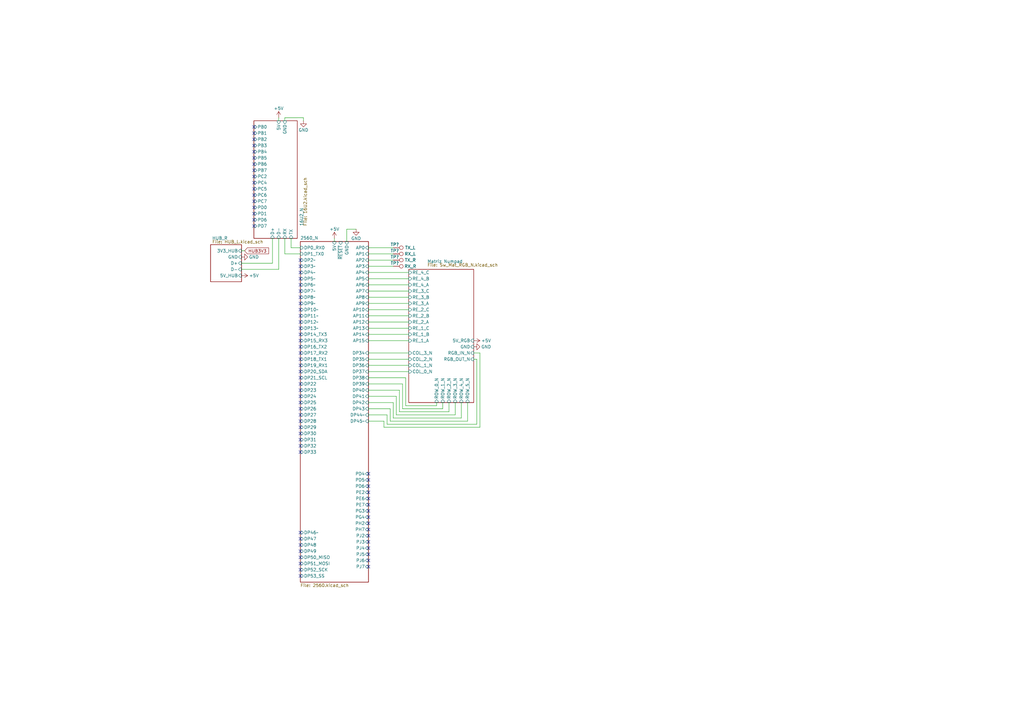
<source format=kicad_sch>
(kicad_sch (version 20211123) (generator eeschema)
  (paper "A3")
  (lib_symbols
    (symbol "Connector:TestPoint" (pin_numbers hide) (pin_names (offset 0.762) hide)
      (property "Reference" "TP" (at 0 6.858 0))
      (property "Value" "TestPoint" (at 0 5.08 0))
      (symbol "TestPoint_0_1"
        (circle (center 0 3.302) (radius 0.762))
      )
      (symbol "TestPoint_1_1"
        (pin passive line (at 0 0 90) (length 2.54) (name "1") (number "1"))
      )
    )
    (symbol "power:+5V" (power) (pin_names (offset 0))
      (property "Value" "+5V" (at 0 3.556 0))
      (symbol "+5V_0_1"
        (polyline (pts (xy -0.762 1.27) (xy 0 2.54)))
        (polyline (pts (xy 0 0) (xy 0 2.54)))
        (polyline (pts (xy 0 2.54) (xy 0.762 1.27)))
      )
      (symbol "+5V_1_1"
        (pin power_in line (at 0 0 90) (length 0) hide (name "+5V") (number "1"))
      )
    )
    (symbol "power:GND" (power) (pin_names (offset 0))
      (property "Value" "GND" (at 0 -3.81 0))
      (symbol "GND_0_1"
        (polyline (pts (xy 0 0) (xy 0 -1.27) (xy 1.27 -1.27) (xy 0 -2.54) (xy -1.27 -1.27) (xy 0 -1.27)))
      )
      (symbol "GND_1_1"
        (pin power_in line (at 0 0 270) (length 0) hide (name "GND") (number "1"))
      )
    )
  )
  (no_connect (at 123.19 114.3))
  (no_connect (at 123.19 132.08))
  (no_connect (at 123.19 218.44))
  (no_connect (at 123.19 177.8))
  (no_connect (at 104.14 87.63))
  (no_connect (at 104.14 77.47))
  (no_connect (at 151.13 224.79))
  (no_connect (at 151.13 229.87))
  (no_connect (at 123.19 129.54))
  (no_connect (at 104.14 57.15))
  (no_connect (at 123.19 182.88))
  (no_connect (at 104.14 69.85))
  (no_connect (at 104.14 62.23))
  (no_connect (at 151.13 212.09))
  (no_connect (at 123.19 165.1))
  (no_connect (at 123.19 124.46))
  (no_connect (at 151.13 196.85))
  (no_connect (at 123.19 172.72))
  (no_connect (at 123.19 167.64))
  (no_connect (at 104.14 64.77))
  (no_connect (at 104.14 72.39))
  (no_connect (at 123.19 236.22))
  (no_connect (at 123.19 160.02))
  (no_connect (at 123.19 139.7))
  (no_connect (at 151.13 201.93))
  (no_connect (at 104.14 82.55))
  (no_connect (at 123.19 170.18))
  (no_connect (at 104.14 90.17))
  (no_connect (at 151.13 207.01))
  (no_connect (at 123.19 137.16))
  (no_connect (at 123.19 134.62))
  (no_connect (at 123.19 220.98))
  (no_connect (at 123.19 149.86))
  (no_connect (at 104.14 67.31))
  (no_connect (at 123.19 228.6))
  (no_connect (at 123.19 233.68))
  (no_connect (at 104.14 85.09))
  (no_connect (at 123.19 180.34))
  (no_connect (at 123.19 116.84))
  (no_connect (at 151.13 209.55))
  (no_connect (at 151.13 199.39))
  (no_connect (at 104.14 59.69))
  (no_connect (at 123.19 106.68))
  (no_connect (at 104.14 54.61))
  (no_connect (at 151.13 232.41))
  (no_connect (at 123.19 175.26))
  (no_connect (at 123.19 223.52))
  (no_connect (at 151.13 227.33))
  (no_connect (at 123.19 127))
  (no_connect (at 123.19 162.56))
  (no_connect (at 151.13 214.63))
  (no_connect (at 123.19 152.4))
  (no_connect (at 123.19 185.42))
  (no_connect (at 151.13 222.25))
  (no_connect (at 123.19 119.38))
  (no_connect (at 151.13 217.17))
  (no_connect (at 104.14 92.71))
  (no_connect (at 151.13 204.47))
  (no_connect (at 123.19 142.24))
  (no_connect (at 123.19 154.94))
  (no_connect (at 123.19 147.32))
  (no_connect (at 123.19 226.06))
  (no_connect (at 104.14 80.01))
  (no_connect (at 123.19 231.14))
  (no_connect (at 123.19 109.22))
  (no_connect (at 123.19 121.92))
  (no_connect (at 151.13 219.71))
  (no_connect (at 104.14 74.93))
  (no_connect (at 151.13 194.31))
  (no_connect (at 104.14 52.07))
  (no_connect (at 123.19 111.76))
  (no_connect (at 123.19 144.78))
  (no_connect (at 123.19 157.48))
  (wire (pts (xy 151.13 129.54) (xy 167.64 129.54)))
  (wire (pts (xy 151.13 119.38) (xy 167.64 119.38)))
  (wire (pts (xy 191.77 165.1) (xy 191.77 172.72)))
  (wire (pts (xy 196.85 144.78) (xy 196.85 175.26)))
  (wire (pts (xy 161.29 171.45) (xy 161.29 165.1)))
  (wire (pts (xy 186.69 165.1) (xy 186.69 170.18)))
  (wire (pts (xy 160.02 172.72) (xy 160.02 167.64)))
  (wire (pts (xy 158.75 170.18) (xy 158.75 173.99)))
  (wire (pts (xy 99.06 110.49) (xy 114.3 110.49)))
  (wire (pts (xy 179.07 166.37) (xy 166.37 166.37)))
  (wire (pts (xy 137.16 97.79) (xy 137.16 99.06)))
  (wire (pts (xy 151.13 124.46) (xy 167.64 124.46)))
  (wire (pts (xy 181.61 165.1) (xy 181.61 167.64)))
  (wire (pts (xy 161.29 165.1) (xy 151.13 165.1)))
  (wire (pts (xy 184.15 165.1) (xy 184.15 168.91)))
  (wire (pts (xy 151.13 101.6) (xy 161.29 101.6)))
  (wire (pts (xy 157.48 172.72) (xy 157.48 175.26)))
  (wire (pts (xy 119.38 97.79) (xy 119.38 101.6)))
  (wire (pts (xy 151.13 170.18) (xy 158.75 170.18)))
  (wire (pts (xy 151.13 137.16) (xy 167.64 137.16)))
  (wire (pts (xy 179.07 165.1) (xy 179.07 166.37)))
  (wire (pts (xy 165.1 167.64) (xy 165.1 157.48)))
  (wire (pts (xy 151.13 127) (xy 167.64 127)))
  (wire (pts (xy 111.76 107.95) (xy 111.76 97.79)))
  (wire (pts (xy 163.83 168.91) (xy 163.83 160.02)))
  (wire (pts (xy 151.13 134.62) (xy 167.64 134.62)))
  (wire (pts (xy 151.13 139.7) (xy 167.64 139.7)))
  (wire (pts (xy 189.23 165.1) (xy 189.23 171.45)))
  (wire (pts (xy 151.13 116.84) (xy 167.64 116.84)))
  (wire (pts (xy 166.37 166.37) (xy 166.37 154.94)))
  (wire (pts (xy 151.13 121.92) (xy 167.64 121.92)))
  (wire (pts (xy 142.24 93.98) (xy 146.05 93.98)))
  (wire (pts (xy 151.13 144.78) (xy 167.64 144.78)))
  (wire (pts (xy 162.56 162.56) (xy 151.13 162.56)))
  (wire (pts (xy 151.13 106.68) (xy 161.29 106.68)))
  (wire (pts (xy 157.48 175.26) (xy 196.85 175.26)))
  (wire (pts (xy 196.85 144.78) (xy 194.31 144.78)))
  (wire (pts (xy 189.23 171.45) (xy 161.29 171.45)))
  (wire (pts (xy 151.13 109.22) (xy 161.29 109.22)))
  (wire (pts (xy 151.13 111.76) (xy 167.64 111.76)))
  (wire (pts (xy 119.38 101.6) (xy 123.19 101.6)))
  (wire (pts (xy 163.83 160.02) (xy 151.13 160.02)))
  (wire (pts (xy 116.84 49.53) (xy 116.84 48.26)))
  (wire (pts (xy 160.02 167.64) (xy 151.13 167.64)))
  (wire (pts (xy 116.84 104.14) (xy 123.19 104.14)))
  (wire (pts (xy 151.13 114.3) (xy 167.64 114.3)))
  (wire (pts (xy 116.84 97.79) (xy 116.84 104.14)))
  (wire (pts (xy 99.06 107.95) (xy 111.76 107.95)))
  (wire (pts (xy 162.56 170.18) (xy 162.56 162.56)))
  (wire (pts (xy 158.75 173.99) (xy 195.58 173.99)))
  (wire (pts (xy 186.69 170.18) (xy 162.56 170.18)))
  (wire (pts (xy 191.77 172.72) (xy 160.02 172.72)))
  (wire (pts (xy 151.13 132.08) (xy 167.64 132.08)))
  (wire (pts (xy 142.24 99.06) (xy 142.24 93.98)))
  (wire (pts (xy 124.46 48.26) (xy 124.46 49.53)))
  (wire (pts (xy 166.37 154.94) (xy 151.13 154.94)))
  (wire (pts (xy 195.58 147.32) (xy 195.58 173.99)))
  (wire (pts (xy 151.13 147.32) (xy 167.64 147.32)))
  (wire (pts (xy 114.3 48.26) (xy 114.3 49.53)))
  (wire (pts (xy 184.15 168.91) (xy 163.83 168.91)))
  (wire (pts (xy 151.13 104.14) (xy 161.29 104.14)))
  (wire (pts (xy 181.61 167.64) (xy 165.1 167.64)))
  (wire (pts (xy 151.13 149.86) (xy 167.64 149.86)))
  (wire (pts (xy 99.06 102.87) (xy 100.33 102.87)))
  (wire (pts (xy 116.84 48.26) (xy 124.46 48.26)))
  (wire (pts (xy 114.3 110.49) (xy 114.3 97.79)))
  (wire (pts (xy 165.1 157.48) (xy 151.13 157.48)))
  (wire (pts (xy 151.13 152.4) (xy 167.64 152.4)))
  (wire (pts (xy 151.13 172.72) (xy 157.48 172.72)))
  (wire (pts (xy 195.58 147.32) (xy 194.31 147.32)))
  (global_label "HUB3V3" (shape input) (at 100.33 102.87 0) (property "Intersheet References" "${INTERSHEET_REFS}" (effects hide)))
  (symbol (lib_id "power:GND") (at 99.06 105.41 90) (unit 1)
    (property "Reference" "#PWR?" (effects hide))
    (property "Value" "GND" (at 104.14 105.41 90))
  )
  (symbol (lib_id "power:GND") (at 124.46 49.53 0) (unit 1)
    (property "Reference" "#PWR?" (effects hide))
    (property "Value" "GND" (at 124.46 53.34 0))
  )
  (symbol (lib_id "power:+5V") (at 99.06 113.03 270) (unit 1)
    (property "Reference" "#PWR?" (effects hide))
    (property "Value" "+5V" (at 104.14 113.03 90))
  )
  (symbol (lib_id "Connector:TestPoint") (at 161.29 101.6 270) (unit 1)
    (property "Reference" "TP?" (at 161.925 100.33 90))
    (property "Value" "TX_L" (at 168.275 101.6 90))
    (property "Footprint" "TestPoint:TestPoint_Pad_D3.0mm" (effects hide))
  )
  (symbol (lib_id "Connector:TestPoint") (at 161.29 106.68 270) (unit 1)
    (property "Reference" "TP?" (at 161.925 105.41 90))
    (property "Value" "TX_R" (at 168.275 106.68 90))
    (property "Footprint" "TestPoint:TestPoint_Pad_D3.0mm" (effects hide))
  )
  (symbol (lib_id "power:GND") (at 146.05 93.98 0) (unit 1)
    (property "Reference" "#PWR?" (effects hide))
    (property "Value" "GND" (at 146.05 97.79 0))
  )
  (symbol (lib_id "power:+5V") (at 137.16 97.79 0) (unit 1)
    (property "Reference" "#PWR?" (effects hide))
    (property "Value" "+5V" (at 137.16 93.98 0))
  )
  (symbol (lib_id "power:+5V") (at 194.31 139.7 270) (unit 1)
    (property "Reference" "#PWR?" (effects hide))
    (property "Value" "+5V" (at 199.39 139.7 90))
  )
  (symbol (lib_id "Connector:TestPoint") (at 161.29 104.14 270) (unit 1)
    (property "Reference" "TP?" (at 161.925 102.87 90))
    (property "Value" "RX_L" (at 168.275 104.14 90))
    (property "Footprint" "TestPoint:TestPoint_Pad_D3.0mm" (effects hide))
  )
  (symbol (lib_id "Connector:TestPoint") (at 161.29 109.22 270) (unit 1)
    (property "Reference" "TP?" (at 161.925 107.95 90))
    (property "Value" "RX_R" (at 168.275 109.22 90))
    (property "Footprint" "TestPoint:TestPoint_Pad_D3.0mm" (effects hide))
  )
  (symbol (lib_id "power:GND") (at 194.31 142.24 90) (unit 1)
    (property "Reference" "#PWR?" (effects hide))
    (property "Value" "GND" (at 199.39 142.24 90))
  )
  (symbol (lib_id "power:+5V") (at 114.3 48.26 0) (unit 1)
    (property "Reference" "#PWR?" (effects hide))
    (property "Value" "+5V" (at 114.3 44.45 0))
  )
  (sheet (at 123.19 99.06) (size 27.94 139.7) (stroke (width 0.1524))
    (property "Sheet name" "2560_N" (at 123.19 98.3484 0) (effects (justify left bottom)))
    (property "Sheet file" "2560.kicad_sch" (at 123.19 239.3446 0) (effects (justify left top)))
    (pin "DP49" input (at 123.19 226.06 180))
    (pin "DP43" input (at 151.13 167.64 0))
    (pin "DP46~" input (at 123.19 218.44 180))
    (pin "DP45~" input (at 151.13 172.72 0))
    (pin "DP44~" input (at 151.13 170.18 0))
    (pin "DP48" input (at 123.19 223.52 180))
    (pin "DP47" input (at 123.19 220.98 180))
    (pin "DP13~" input (at 123.19 134.62 180))
    (pin "DP12~" input (at 123.19 132.08 180))
    (pin "DP11~" input (at 123.19 129.54 180))
    (pin "DP20_SDA" input (at 123.19 152.4 180))
    (pin "DP21_SCL" input (at 123.19 154.94 180))
    (pin "DP10~" input (at 123.19 127 180))
    (pin "GND" input (at 142.24 99.06 90))
    (pin "5V" input (at 137.16 99.06 90))
    (pin "~{RESET}" input (at 139.7 99.06 90))
    (pin "AP9" input (at 151.13 124.46 0))
    (pin "AP10" input (at 151.13 127 0))
    (pin "AP12" input (at 151.13 132.08 0))
    (pin "AP11" input (at 151.13 129.54 0))
    (pin "DP42" input (at 151.13 165.1 0))
    (pin "AP8" input (at 151.13 121.92 0))
    (pin "DP0_RX0" input (at 123.19 101.6 180))
    (pin "DP1_TX0" input (at 123.19 104.14 180))
    (pin "PE2" input (at 151.13 201.93 0))
    (pin "DP38" input (at 151.13 154.94 0))
    (pin "PD6" input (at 151.13 199.39 0))
    (pin "DP15_RX3" input (at 123.19 139.7 180))
    (pin "DP14_TX3" input (at 123.19 137.16 180))
    (pin "AP15" input (at 151.13 139.7 0))
    (pin "AP14" input (at 151.13 137.16 0))
    (pin "AP13" input (at 151.13 134.62 0))
    (pin "PJ3" input (at 151.13 222.25 0))
    (pin "PJ2" input (at 151.13 219.71 0))
    (pin "DP34" input (at 151.13 144.78 0))
    (pin "DP33" input (at 123.19 185.42 180))
    (pin "DP32" input (at 123.19 182.88 180))
    (pin "DP31" input (at 123.19 180.34 180))
    (pin "DP30" input (at 123.19 177.8 180))
    (pin "DP19_RX1" input (at 123.19 149.86 180))
    (pin "PD5" input (at 151.13 196.85 0))
    (pin "DP18_TX1" input (at 123.19 147.32 180))
    (pin "PD4" input (at 151.13 194.31 0))
    (pin "DP37" input (at 151.13 152.4 0))
    (pin "DP36" input (at 151.13 149.86 0))
    (pin "DP35" input (at 151.13 147.32 0))
    (pin "DP53_SS" input (at 123.19 236.22 180))
    (pin "DP5~" input (at 123.19 114.3 180))
    (pin "DP2~" input (at 123.19 106.68 180))
    (pin "DP3~" input (at 123.19 109.22 180))
    (pin "PE6" input (at 151.13 204.47 0))
    (pin "PE7" input (at 151.13 207.01 0))
    (pin "PH2" input (at 151.13 214.63 0))
    (pin "DP16_TX2" input (at 123.19 142.24 180))
    (pin "DP17_RX2" input (at 123.19 144.78 180))
    (pin "DP6~" input (at 123.19 116.84 180))
    (pin "DP7~" input (at 123.19 119.38 180))
    (pin "DP4~" input (at 123.19 111.76 180))
    (pin "PG4" input (at 151.13 212.09 0))
    (pin "PG3" input (at 151.13 209.55 0))
    (pin "PJ4" input (at 151.13 224.79 0))
    (pin "PJ5" input (at 151.13 227.33 0))
    (pin "PJ6" input (at 151.13 229.87 0))
    (pin "PJ7" input (at 151.13 232.41 0))
    (pin "PH7" input (at 151.13 217.17 0))
    (pin "DP8~" input (at 123.19 121.92 180))
    (pin "DP9~" input (at 123.19 124.46 180))
    (pin "DP41" input (at 151.13 162.56 0))
    (pin "DP40" input (at 151.13 160.02 0))
    (pin "DP39" input (at 151.13 157.48 0))
    (pin "AP7" input (at 151.13 119.38 0))
    (pin "AP1" input (at 151.13 104.14 0))
    (pin "AP6" input (at 151.13 116.84 0))
    (pin "AP5" input (at 151.13 114.3 0))
    (pin "AP4" input (at 151.13 111.76 0))
    (pin "AP3" input (at 151.13 109.22 0))
    (pin "AP2" input (at 151.13 106.68 0))
    (pin "AP0" input (at 151.13 101.6 0))
    (pin "DP29" input (at 123.19 175.26 180))
    (pin "DP28" input (at 123.19 172.72 180))
    (pin "DP27" input (at 123.19 170.18 180))
    (pin "DP26" input (at 123.19 167.64 180))
    (pin "DP25" input (at 123.19 165.1 180))
    (pin "DP24" input (at 123.19 162.56 180))
    (pin "DP23" input (at 123.19 160.02 180))
    (pin "DP22" input (at 123.19 157.48 180))
    (pin "DP51_MOSI" input (at 123.19 231.14 180))
    (pin "DP50_MISO" input (at 123.19 228.6 180))
    (pin "DP52_SCK" input (at 123.19 233.68 180))
  )
  (sheet (at 86.36 100.33) (size 12.7 15.24) (stroke (width 0.1524))
    (property "Sheet name" "HUB_R" (at 86.995 98.425 0) (effects (justify left bottom)))
    (property "Sheet file" "HUB_L.kicad_sch" (at 86.995 98.425 0) (effects (justify left top)))
    (pin "D-" input (at 99.06 110.49 0))
    (pin "5V_HUB" input (at 99.06 113.03 0))
    (pin "D+" input (at 99.06 107.95 0))
    (pin "GND" input (at 99.06 105.41 0))
    (pin "3V3_HUB" input (at 99.06 102.87 0))
  )
  (sheet (at 167.64 110.49) (size 26.67 54.61) (stroke (width 0.1524))
    (property "Sheet name" "Matriz Numpad" (at 175.26 107.95 0) (effects (justify left bottom)))
    (property "Sheet file" "Sw_Mat_RGB_N.kicad_sch" (at 175.26 107.95 0) (effects (justify left top)))
    (pin "ROW_0_N" input (at 179.07 165.1 270))
    (pin "ROW_1_N" input (at 181.61 165.1 270))
    (pin "ROW_3_N" input (at 186.69 165.1 270))
    (pin "ROW_4_N" input (at 189.23 165.1 270))
    (pin "ROW_2_N" input (at 184.15 165.1 270))
    (pin "5V_RGB" input (at 194.31 139.7 0))
    (pin "COL_0_N" input (at 167.64 152.4 180))
    (pin "COL_1_N" input (at 167.64 149.86 180))
    (pin "COL_2_N" input (at 167.64 147.32 180))
    (pin "COL_3_N" input (at 167.64 144.78 180))
    (pin "GND" input (at 194.31 142.24 0))
    (pin "ROW_5_N" input (at 191.77 165.1 270))
    (pin "RE_1_A" input (at 167.64 139.7 180))
    (pin "RE_1_B" input (at 167.64 137.16 180))
    (pin "RE_3_A" input (at 167.64 124.46 180))
    (pin "RE_3_C" input (at 167.64 119.38 180))
    (pin "RE_4_B" input (at 167.64 114.3 180))
    (pin "RE_4_A" input (at 167.64 116.84 180))
    (pin "RE_4_C" input (at 167.64 111.76 180))
    (pin "RE_3_B" input (at 167.64 121.92 180))
    (pin "RE_2_A" input (at 167.64 132.08 180))
    (pin "RE_2_B" input (at 167.64 129.54 180))
    (pin "RE_1_C" input (at 167.64 134.62 180))
    (pin "RE_2_C" input (at 167.64 127 180))
    (pin "RGB_OUT_N" input (at 194.31 147.32 0))
    (pin "RGB_IN_N" input (at 194.31 144.78 0))
  )
  (sheet (at 104.14 49.53) (size 17.78 48.26) (stroke (width 0.1524))
    (property "Sheet name" "16U2_N" (at 124.46 92.71 90) (effects (justify left bottom)))
    (property "Sheet file" "16U2.kicad_sch" (at 124.46 92.71 90) (effects (justify left top)))
    (pin "D+" input (at 111.76 97.79 270))
    (pin "D-" input (at 114.3 97.79 270))
    (pin "PB2" input (at 104.14 57.15 180))
    (pin "PB4" input (at 104.14 62.23 180))
    (pin "PB1" input (at 104.14 54.61 180))
    (pin "PB0" input (at 104.14 52.07 180))
    (pin "PB3" input (at 104.14 59.69 180))
    (pin "PC4" input (at 104.14 74.93 180))
    (pin "PC2" input (at 104.14 72.39 180))
    (pin "PB5" input (at 104.14 64.77 180))
    (pin "PB6" input (at 104.14 67.31 180))
    (pin "PB7" input (at 104.14 69.85 180))
    (pin "PC7" input (at 104.14 82.55 180))
    (pin "PC5" input (at 104.14 77.47 180))
    (pin "PC6" input (at 104.14 80.01 180))
    (pin "PD0" input (at 104.14 85.09 180))
    (pin "PD1" input (at 104.14 87.63 180))
    (pin "RX" input (at 116.84 97.79 270))
    (pin "TX" input (at 119.38 97.79 270))
    (pin "PD6" input (at 104.14 90.17 180))
    (pin "PD7" input (at 104.14 92.71 180))
    (pin "GND" input (at 116.84 49.53 90))
    (pin "5V" input (at 114.3 49.53 90))
  )
)
</source>
